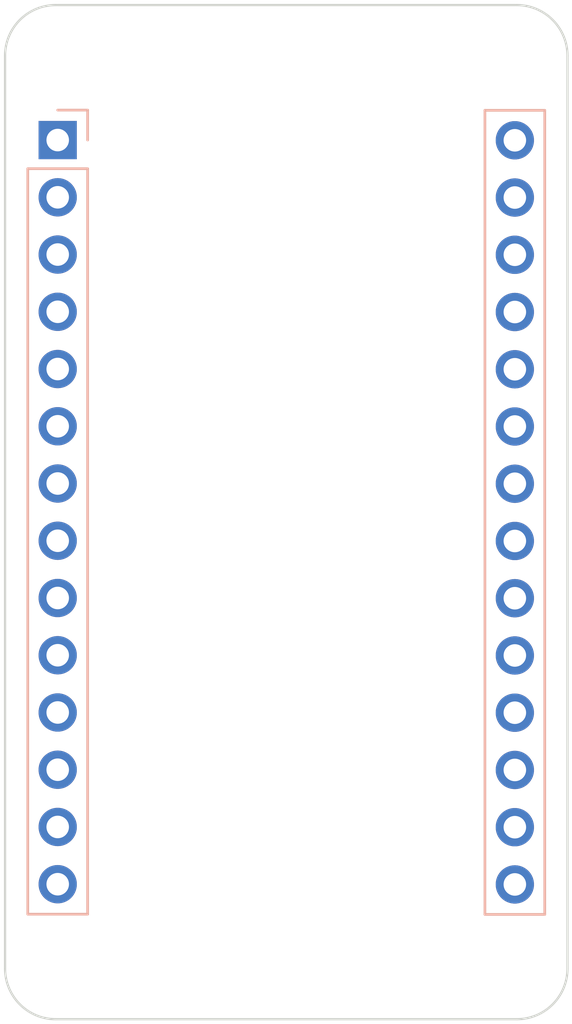
<source format=kicad_pcb>
(kicad_pcb (version 20221018) (generator pcbnew)
  (layers (0 "F.Cu" signal) (31 "B.Cu" signal) (34 "B.Paste" user) (35 "F.Paste" user) (36 "B.SilkS" user "B.Silkscreen") (37 "F.SilkS" user "F.Silkscreen") (38 "B.Mask" user) (39 "F.Mask" user) (44 "Edge.Cuts" user))
  (net 0 "")
  (footprint "MountingHole:MountingHole_2.2mm_M2" (layer "F.Cu") (at 22.75 42.75)
    (fp_text reference "REF**" hide)
    (fp_text value "MountingHole_2.2mm_M2" hide)
    (pad "" np_thru_hole circle (at 0 0) (size 2.2 2.2) (drill 2.2) (layers "*.Cu" "*.Mask"))
  )
  (footprint "MountingHole:MountingHole_2.2mm_M2" (layer "F.Cu") (at 2.25 2.25)
    (fp_text reference "REF**" hide)
    (fp_text value "MountingHole_2.2mm_M2" hide)
    (pad "" np_thru_hole circle (at 0 0) (size 2.2 2.2) (drill 2.2) (layers "*.Cu" "*.Mask"))
  )
  (footprint "MountingHole:MountingHole_2.2mm_M2" (layer "F.Cu") (at 22.75 2.25)
    (fp_text reference "REF**" hide)
    (fp_text value "MountingHole_2.2mm_M2" hide)
    (pad "" np_thru_hole circle (at 0 0) (size 2.2 2.2) (drill 2.2) (layers "*.Cu" "*.Mask"))
  )
  (footprint "MountingHole:MountingHole_2.2mm_M2" (layer "F.Cu") (at 2.25 42.75)
    (fp_text reference "REF**" hide)
    (fp_text value "MountingHole_2.2mm_M2" hide)
    (pad "" np_thru_hole circle (at 0 0) (size 2.2 2.2) (drill 2.2) (layers "*.Cu" "*.Mask"))
  )
  (footprint "Connector_PinHeader_2.54mm:PinHeader_1x14_P2.54mm_Vertical" (layer "B.Cu") (at 22.66 6 180)
    (fp_text reference "REF**" hide)
    (fp_text value "PinHeader_1x14_P2.54mm_Vertical" hide)
    (fp_line (start -1.33 -34.35) (end 1.33 -34.35) (stroke (width 0.12)) (layer "B.SilkS"))
    (fp_line (start -1.33 1.33) (end -1.33 -34.35) (stroke (width 0.12)) (layer "B.SilkS"))
    (fp_line (start -1.33 1.33) (end 1.33 1.33) (stroke (width 0.12)) (layer "B.SilkS"))
    (fp_line (start 1.33 1.33) (end 1.33 -34.35) (stroke (width 0.12)) (layer "B.SilkS"))
    (pad "1" thru_hole circle (at 0 0 180) (size 1.7 1.7) (drill 1) (layers "*.Cu" "*.Mask"))
    (pad "2" thru_hole oval (at 0 -2.54 180) (size 1.7 1.7) (drill 1) (layers "*.Cu" "*.Mask"))
    (pad "3" thru_hole oval (at 0 -5.08 180) (size 1.7 1.7) (drill 1) (layers "*.Cu" "*.Mask"))
    (pad "4" thru_hole oval (at 0 -7.62 180) (size 1.7 1.7) (drill 1) (layers "*.Cu" "*.Mask"))
    (pad "5" thru_hole oval (at 0 -10.16 180) (size 1.7 1.7) (drill 1) (layers "*.Cu" "*.Mask"))
    (pad "6" thru_hole oval (at 0 -12.7 180) (size 1.7 1.7) (drill 1) (layers "*.Cu" "*.Mask"))
    (pad "7" thru_hole oval (at 0 -15.24 180) (size 1.7 1.7) (drill 1) (layers "*.Cu" "*.Mask"))
    (pad "8" thru_hole oval (at 0 -17.78 180) (size 1.7 1.7) (drill 1) (layers "*.Cu" "*.Mask"))
    (pad "9" thru_hole oval (at 0 -20.32 180) (size 1.7 1.7) (drill 1) (layers "*.Cu" "*.Mask"))
    (pad "10" thru_hole oval (at 0 -22.86 180) (size 1.7 1.7) (drill 1) (layers "*.Cu" "*.Mask"))
    (pad "11" thru_hole oval (at 0 -25.4 180) (size 1.7 1.7) (drill 1) (layers "*.Cu" "*.Mask"))
    (pad "12" thru_hole oval (at 0 -27.94 180) (size 1.7 1.7) (drill 1) (layers "*.Cu" "*.Mask"))
    (pad "13" thru_hole oval (at 0 -30.48 180) (size 1.7 1.7) (drill 1) (layers "*.Cu" "*.Mask"))
    (pad "14" thru_hole oval (at 0 -33.02 180) (size 1.7 1.7) (drill 1) (layers "*.Cu" "*.Mask"))
  )
  (footprint "Connector_PinHeader_2.54mm:PinHeader_1x14_P2.54mm_Vertical" (layer "B.Cu") (at 2.34 5.99 180)
    (fp_text reference "REF**" hide)
    (fp_text value "PinHeader_1x14_P2.54mm_Vertical" hide)
    (fp_line (start -1.33 -34.35) (end 1.33 -34.35) (stroke (width 0.12)) (layer "B.SilkS"))
    (fp_line (start -1.33 -1.27) (end -1.33 -34.35) (stroke (width 0.12)) (layer "B.SilkS"))
    (fp_line (start -1.33 -1.27) (end 1.33 -1.27) (stroke (width 0.12)) (layer "B.SilkS"))
    (fp_line (start -1.33 0) (end -1.33 1.33) (stroke (width 0.12)) (layer "B.SilkS"))
    (fp_line (start -1.33 1.33) (end 0 1.33) (stroke (width 0.12)) (layer "B.SilkS"))
    (fp_line (start 1.33 -1.27) (end 1.33 -34.35) (stroke (width 0.12)) (layer "B.SilkS"))
    (pad "1" thru_hole rect (at 0 0 180) (size 1.7 1.7) (drill 1) (layers "*.Cu" "*.Mask"))
    (pad "2" thru_hole oval (at 0 -2.54 180) (size 1.7 1.7) (drill 1) (layers "*.Cu" "*.Mask"))
    (pad "3" thru_hole oval (at 0 -5.08 180) (size 1.7 1.7) (drill 1) (layers "*.Cu" "*.Mask"))
    (pad "4" thru_hole oval (at 0 -7.62 180) (size 1.7 1.7) (drill 1) (layers "*.Cu" "*.Mask"))
    (pad "5" thru_hole oval (at 0 -10.16 180) (size 1.7 1.7) (drill 1) (layers "*.Cu" "*.Mask"))
    (pad "6" thru_hole oval (at 0 -12.7 180) (size 1.7 1.7) (drill 1) (layers "*.Cu" "*.Mask"))
    (pad "7" thru_hole oval (at 0 -15.24 180) (size 1.7 1.7) (drill 1) (layers "*.Cu" "*.Mask"))
    (pad "8" thru_hole oval (at 0 -17.78 180) (size 1.7 1.7) (drill 1) (layers "*.Cu" "*.Mask"))
    (pad "9" thru_hole oval (at 0 -20.32 180) (size 1.7 1.7) (drill 1) (layers "*.Cu" "*.Mask"))
    (pad "10" thru_hole oval (at 0 -22.86 180) (size 1.7 1.7) (drill 1) (layers "*.Cu" "*.Mask"))
    (pad "11" thru_hole oval (at 0 -25.4 180) (size 1.7 1.7) (drill 1) (layers "*.Cu" "*.Mask"))
    (pad "12" thru_hole oval (at 0 -27.94 180) (size 1.7 1.7) (drill 1) (layers "*.Cu" "*.Mask"))
    (pad "13" thru_hole oval (at 0 -30.48 180) (size 1.7 1.7) (drill 1) (layers "*.Cu" "*.Mask"))
    (pad "14" thru_hole oval (at 0 -33.02 180) (size 1.7 1.7) (drill 1) (layers "*.Cu" "*.Mask"))
  )
  (gr_arc (start 22.75 0) (mid 24.34099 0.65901) (end 25 2.25) (stroke (width 0.1)) (layer "Edge.Cuts"))
  (gr_line (start 25 2.25) (end 25 42.75) (stroke (width 0.1)) (layer "Edge.Cuts"))
  (gr_line (start 0 42.75) (end 0 2.25) (stroke (width 0.1)) (layer "Edge.Cuts"))
  (gr_arc (start 25 42.75) (mid 24.34099 44.34099) (end 22.75 45) (stroke (width 0.1)) (layer "Edge.Cuts"))
  (gr_arc (start 0 2.25) (mid 0.65901 0.65901) (end 2.25 0) (stroke (width 0.1)) (layer "Edge.Cuts"))
  (gr_arc (start 2.25 45) (mid 0.65901 44.34099) (end 0 42.75) (stroke (width 0.1)) (layer "Edge.Cuts"))
  (gr_line (start 2.25 0) (end 22.75 0) (stroke (width 0.1)) (layer "Edge.Cuts"))
  (gr_line (start 22.75 45) (end 2.25 45) (stroke (width 0.1)) (layer "Edge.Cuts"))
)
</source>
